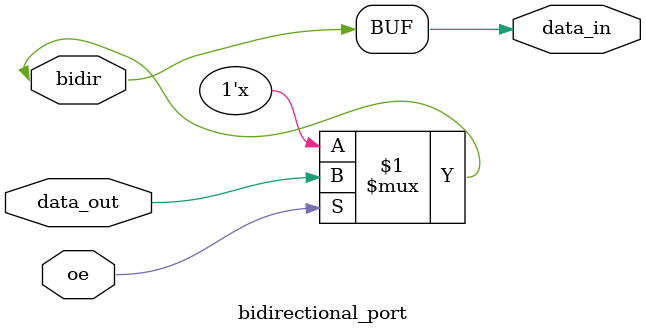
<source format=sv>
module bidirectional_port (
  inout logic bidir,
  input logic oe,
  input logic data_out,
  output logic data_in
);
  
  // OK: Multiple drivers on inout port (legal)
  assign bidir = oe ? data_out : 1'bz;
  assign data_in = bidir;
  
endmodule


</source>
